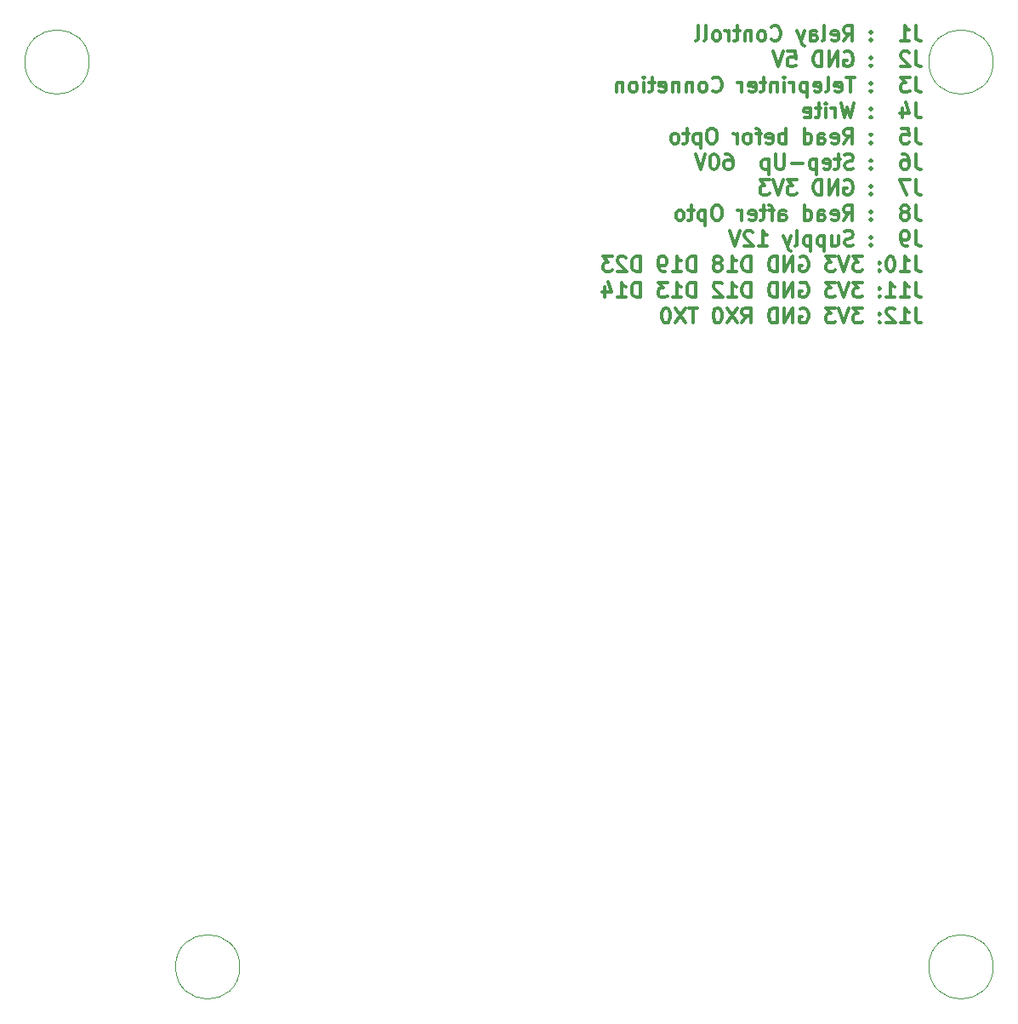
<source format=gbr>
G04 #@! TF.GenerationSoftware,KiCad,Pcbnew,(5.1.5)-3*
G04 #@! TF.CreationDate,2020-10-26T22:42:23+01:00*
G04 #@! TF.ProjectId,Fernschreiber,4665726e-7363-4687-9265-696265722e6b,v02*
G04 #@! TF.SameCoordinates,Original*
G04 #@! TF.FileFunction,Legend,Bot*
G04 #@! TF.FilePolarity,Positive*
%FSLAX46Y46*%
G04 Gerber Fmt 4.6, Leading zero omitted, Abs format (unit mm)*
G04 Created by KiCad (PCBNEW (5.1.5)-3) date 2020-10-26 22:42:23*
%MOMM*%
%LPD*%
G04 APERTURE LIST*
%ADD10C,0.300000*%
%ADD11C,0.120000*%
G04 APERTURE END LIST*
D10*
X136611085Y-42532171D02*
X136611085Y-43603600D01*
X136682514Y-43817885D01*
X136825371Y-43960742D01*
X137039657Y-44032171D01*
X137182514Y-44032171D01*
X135111085Y-44032171D02*
X135968228Y-44032171D01*
X135539657Y-44032171D02*
X135539657Y-42532171D01*
X135682514Y-42746457D01*
X135825371Y-42889314D01*
X135968228Y-42960742D01*
X132182514Y-43889314D02*
X132111085Y-43960742D01*
X132182514Y-44032171D01*
X132253942Y-43960742D01*
X132182514Y-43889314D01*
X132182514Y-44032171D01*
X132182514Y-43103600D02*
X132111085Y-43175028D01*
X132182514Y-43246457D01*
X132253942Y-43175028D01*
X132182514Y-43103600D01*
X132182514Y-43246457D01*
X129468228Y-44032171D02*
X129968228Y-43317885D01*
X130325371Y-44032171D02*
X130325371Y-42532171D01*
X129753942Y-42532171D01*
X129611085Y-42603600D01*
X129539657Y-42675028D01*
X129468228Y-42817885D01*
X129468228Y-43032171D01*
X129539657Y-43175028D01*
X129611085Y-43246457D01*
X129753942Y-43317885D01*
X130325371Y-43317885D01*
X128253942Y-43960742D02*
X128396800Y-44032171D01*
X128682514Y-44032171D01*
X128825371Y-43960742D01*
X128896800Y-43817885D01*
X128896800Y-43246457D01*
X128825371Y-43103600D01*
X128682514Y-43032171D01*
X128396800Y-43032171D01*
X128253942Y-43103600D01*
X128182514Y-43246457D01*
X128182514Y-43389314D01*
X128896800Y-43532171D01*
X127325371Y-44032171D02*
X127468228Y-43960742D01*
X127539657Y-43817885D01*
X127539657Y-42532171D01*
X126111085Y-44032171D02*
X126111085Y-43246457D01*
X126182514Y-43103600D01*
X126325371Y-43032171D01*
X126611085Y-43032171D01*
X126753942Y-43103600D01*
X126111085Y-43960742D02*
X126253942Y-44032171D01*
X126611085Y-44032171D01*
X126753942Y-43960742D01*
X126825371Y-43817885D01*
X126825371Y-43675028D01*
X126753942Y-43532171D01*
X126611085Y-43460742D01*
X126253942Y-43460742D01*
X126111085Y-43389314D01*
X125539657Y-43032171D02*
X125182514Y-44032171D01*
X124825371Y-43032171D02*
X125182514Y-44032171D01*
X125325371Y-44389314D01*
X125396800Y-44460742D01*
X125539657Y-44532171D01*
X122253942Y-43889314D02*
X122325371Y-43960742D01*
X122539657Y-44032171D01*
X122682514Y-44032171D01*
X122896800Y-43960742D01*
X123039657Y-43817885D01*
X123111085Y-43675028D01*
X123182514Y-43389314D01*
X123182514Y-43175028D01*
X123111085Y-42889314D01*
X123039657Y-42746457D01*
X122896800Y-42603600D01*
X122682514Y-42532171D01*
X122539657Y-42532171D01*
X122325371Y-42603600D01*
X122253942Y-42675028D01*
X121396800Y-44032171D02*
X121539657Y-43960742D01*
X121611085Y-43889314D01*
X121682514Y-43746457D01*
X121682514Y-43317885D01*
X121611085Y-43175028D01*
X121539657Y-43103600D01*
X121396800Y-43032171D01*
X121182514Y-43032171D01*
X121039657Y-43103600D01*
X120968228Y-43175028D01*
X120896800Y-43317885D01*
X120896800Y-43746457D01*
X120968228Y-43889314D01*
X121039657Y-43960742D01*
X121182514Y-44032171D01*
X121396800Y-44032171D01*
X120253942Y-43032171D02*
X120253942Y-44032171D01*
X120253942Y-43175028D02*
X120182514Y-43103600D01*
X120039657Y-43032171D01*
X119825371Y-43032171D01*
X119682514Y-43103600D01*
X119611085Y-43246457D01*
X119611085Y-44032171D01*
X119111085Y-43032171D02*
X118539657Y-43032171D01*
X118896800Y-42532171D02*
X118896800Y-43817885D01*
X118825371Y-43960742D01*
X118682514Y-44032171D01*
X118539657Y-44032171D01*
X118039657Y-44032171D02*
X118039657Y-43032171D01*
X118039657Y-43317885D02*
X117968228Y-43175028D01*
X117896800Y-43103600D01*
X117753942Y-43032171D01*
X117611085Y-43032171D01*
X116896800Y-44032171D02*
X117039657Y-43960742D01*
X117111085Y-43889314D01*
X117182514Y-43746457D01*
X117182514Y-43317885D01*
X117111085Y-43175028D01*
X117039657Y-43103600D01*
X116896800Y-43032171D01*
X116682514Y-43032171D01*
X116539657Y-43103600D01*
X116468228Y-43175028D01*
X116396800Y-43317885D01*
X116396800Y-43746457D01*
X116468228Y-43889314D01*
X116539657Y-43960742D01*
X116682514Y-44032171D01*
X116896800Y-44032171D01*
X115539657Y-44032171D02*
X115682514Y-43960742D01*
X115753942Y-43817885D01*
X115753942Y-42532171D01*
X114753942Y-44032171D02*
X114896800Y-43960742D01*
X114968228Y-43817885D01*
X114968228Y-42532171D01*
X136611085Y-45082171D02*
X136611085Y-46153600D01*
X136682514Y-46367885D01*
X136825371Y-46510742D01*
X137039657Y-46582171D01*
X137182514Y-46582171D01*
X135968228Y-45225028D02*
X135896800Y-45153600D01*
X135753942Y-45082171D01*
X135396800Y-45082171D01*
X135253942Y-45153600D01*
X135182514Y-45225028D01*
X135111085Y-45367885D01*
X135111085Y-45510742D01*
X135182514Y-45725028D01*
X136039657Y-46582171D01*
X135111085Y-46582171D01*
X132182514Y-46439314D02*
X132111085Y-46510742D01*
X132182514Y-46582171D01*
X132253942Y-46510742D01*
X132182514Y-46439314D01*
X132182514Y-46582171D01*
X132182514Y-45653600D02*
X132111085Y-45725028D01*
X132182514Y-45796457D01*
X132253942Y-45725028D01*
X132182514Y-45653600D01*
X132182514Y-45796457D01*
X129539657Y-45153600D02*
X129682514Y-45082171D01*
X129896800Y-45082171D01*
X130111085Y-45153600D01*
X130253942Y-45296457D01*
X130325371Y-45439314D01*
X130396800Y-45725028D01*
X130396800Y-45939314D01*
X130325371Y-46225028D01*
X130253942Y-46367885D01*
X130111085Y-46510742D01*
X129896800Y-46582171D01*
X129753942Y-46582171D01*
X129539657Y-46510742D01*
X129468228Y-46439314D01*
X129468228Y-45939314D01*
X129753942Y-45939314D01*
X128825371Y-46582171D02*
X128825371Y-45082171D01*
X127968228Y-46582171D01*
X127968228Y-45082171D01*
X127253942Y-46582171D02*
X127253942Y-45082171D01*
X126896800Y-45082171D01*
X126682514Y-45153600D01*
X126539657Y-45296457D01*
X126468228Y-45439314D01*
X126396800Y-45725028D01*
X126396800Y-45939314D01*
X126468228Y-46225028D01*
X126539657Y-46367885D01*
X126682514Y-46510742D01*
X126896800Y-46582171D01*
X127253942Y-46582171D01*
X123896800Y-45082171D02*
X124611085Y-45082171D01*
X124682514Y-45796457D01*
X124611085Y-45725028D01*
X124468228Y-45653600D01*
X124111085Y-45653600D01*
X123968228Y-45725028D01*
X123896800Y-45796457D01*
X123825371Y-45939314D01*
X123825371Y-46296457D01*
X123896800Y-46439314D01*
X123968228Y-46510742D01*
X124111085Y-46582171D01*
X124468228Y-46582171D01*
X124611085Y-46510742D01*
X124682514Y-46439314D01*
X123396800Y-45082171D02*
X122896800Y-46582171D01*
X122396800Y-45082171D01*
X136611085Y-47632171D02*
X136611085Y-48703600D01*
X136682514Y-48917885D01*
X136825371Y-49060742D01*
X137039657Y-49132171D01*
X137182514Y-49132171D01*
X136039657Y-47632171D02*
X135111085Y-47632171D01*
X135611085Y-48203600D01*
X135396800Y-48203600D01*
X135253942Y-48275028D01*
X135182514Y-48346457D01*
X135111085Y-48489314D01*
X135111085Y-48846457D01*
X135182514Y-48989314D01*
X135253942Y-49060742D01*
X135396800Y-49132171D01*
X135825371Y-49132171D01*
X135968228Y-49060742D01*
X136039657Y-48989314D01*
X132182514Y-48989314D02*
X132111085Y-49060742D01*
X132182514Y-49132171D01*
X132253942Y-49060742D01*
X132182514Y-48989314D01*
X132182514Y-49132171D01*
X132182514Y-48203600D02*
X132111085Y-48275028D01*
X132182514Y-48346457D01*
X132253942Y-48275028D01*
X132182514Y-48203600D01*
X132182514Y-48346457D01*
X130539657Y-47632171D02*
X129682514Y-47632171D01*
X130111085Y-49132171D02*
X130111085Y-47632171D01*
X128611085Y-49060742D02*
X128753942Y-49132171D01*
X129039657Y-49132171D01*
X129182514Y-49060742D01*
X129253942Y-48917885D01*
X129253942Y-48346457D01*
X129182514Y-48203600D01*
X129039657Y-48132171D01*
X128753942Y-48132171D01*
X128611085Y-48203600D01*
X128539657Y-48346457D01*
X128539657Y-48489314D01*
X129253942Y-48632171D01*
X127682514Y-49132171D02*
X127825371Y-49060742D01*
X127896800Y-48917885D01*
X127896800Y-47632171D01*
X126539657Y-49060742D02*
X126682514Y-49132171D01*
X126968228Y-49132171D01*
X127111085Y-49060742D01*
X127182514Y-48917885D01*
X127182514Y-48346457D01*
X127111085Y-48203600D01*
X126968228Y-48132171D01*
X126682514Y-48132171D01*
X126539657Y-48203600D01*
X126468228Y-48346457D01*
X126468228Y-48489314D01*
X127182514Y-48632171D01*
X125825371Y-48132171D02*
X125825371Y-49632171D01*
X125825371Y-48203600D02*
X125682514Y-48132171D01*
X125396800Y-48132171D01*
X125253942Y-48203600D01*
X125182514Y-48275028D01*
X125111085Y-48417885D01*
X125111085Y-48846457D01*
X125182514Y-48989314D01*
X125253942Y-49060742D01*
X125396800Y-49132171D01*
X125682514Y-49132171D01*
X125825371Y-49060742D01*
X124468228Y-49132171D02*
X124468228Y-48132171D01*
X124468228Y-48417885D02*
X124396800Y-48275028D01*
X124325371Y-48203600D01*
X124182514Y-48132171D01*
X124039657Y-48132171D01*
X123539657Y-49132171D02*
X123539657Y-48132171D01*
X123539657Y-47632171D02*
X123611085Y-47703600D01*
X123539657Y-47775028D01*
X123468228Y-47703600D01*
X123539657Y-47632171D01*
X123539657Y-47775028D01*
X122825371Y-48132171D02*
X122825371Y-49132171D01*
X122825371Y-48275028D02*
X122753942Y-48203600D01*
X122611085Y-48132171D01*
X122396800Y-48132171D01*
X122253942Y-48203600D01*
X122182514Y-48346457D01*
X122182514Y-49132171D01*
X121682514Y-48132171D02*
X121111085Y-48132171D01*
X121468228Y-47632171D02*
X121468228Y-48917885D01*
X121396800Y-49060742D01*
X121253942Y-49132171D01*
X121111085Y-49132171D01*
X120039657Y-49060742D02*
X120182514Y-49132171D01*
X120468228Y-49132171D01*
X120611085Y-49060742D01*
X120682514Y-48917885D01*
X120682514Y-48346457D01*
X120611085Y-48203600D01*
X120468228Y-48132171D01*
X120182514Y-48132171D01*
X120039657Y-48203600D01*
X119968228Y-48346457D01*
X119968228Y-48489314D01*
X120682514Y-48632171D01*
X119325371Y-49132171D02*
X119325371Y-48132171D01*
X119325371Y-48417885D02*
X119253942Y-48275028D01*
X119182514Y-48203600D01*
X119039657Y-48132171D01*
X118896800Y-48132171D01*
X116396800Y-48989314D02*
X116468228Y-49060742D01*
X116682514Y-49132171D01*
X116825371Y-49132171D01*
X117039657Y-49060742D01*
X117182514Y-48917885D01*
X117253942Y-48775028D01*
X117325371Y-48489314D01*
X117325371Y-48275028D01*
X117253942Y-47989314D01*
X117182514Y-47846457D01*
X117039657Y-47703600D01*
X116825371Y-47632171D01*
X116682514Y-47632171D01*
X116468228Y-47703600D01*
X116396800Y-47775028D01*
X115539657Y-49132171D02*
X115682514Y-49060742D01*
X115753942Y-48989314D01*
X115825371Y-48846457D01*
X115825371Y-48417885D01*
X115753942Y-48275028D01*
X115682514Y-48203600D01*
X115539657Y-48132171D01*
X115325371Y-48132171D01*
X115182514Y-48203600D01*
X115111085Y-48275028D01*
X115039657Y-48417885D01*
X115039657Y-48846457D01*
X115111085Y-48989314D01*
X115182514Y-49060742D01*
X115325371Y-49132171D01*
X115539657Y-49132171D01*
X114396800Y-48132171D02*
X114396800Y-49132171D01*
X114396800Y-48275028D02*
X114325371Y-48203600D01*
X114182514Y-48132171D01*
X113968228Y-48132171D01*
X113825371Y-48203600D01*
X113753942Y-48346457D01*
X113753942Y-49132171D01*
X113039657Y-48132171D02*
X113039657Y-49132171D01*
X113039657Y-48275028D02*
X112968228Y-48203600D01*
X112825371Y-48132171D01*
X112611085Y-48132171D01*
X112468228Y-48203600D01*
X112396800Y-48346457D01*
X112396800Y-49132171D01*
X111111085Y-49060742D02*
X111253942Y-49132171D01*
X111539657Y-49132171D01*
X111682514Y-49060742D01*
X111753942Y-48917885D01*
X111753942Y-48346457D01*
X111682514Y-48203600D01*
X111539657Y-48132171D01*
X111253942Y-48132171D01*
X111111085Y-48203600D01*
X111039657Y-48346457D01*
X111039657Y-48489314D01*
X111753942Y-48632171D01*
X110611085Y-48132171D02*
X110039657Y-48132171D01*
X110396800Y-47632171D02*
X110396800Y-48917885D01*
X110325371Y-49060742D01*
X110182514Y-49132171D01*
X110039657Y-49132171D01*
X109539657Y-49132171D02*
X109539657Y-48132171D01*
X109539657Y-47632171D02*
X109611085Y-47703600D01*
X109539657Y-47775028D01*
X109468228Y-47703600D01*
X109539657Y-47632171D01*
X109539657Y-47775028D01*
X108611085Y-49132171D02*
X108753942Y-49060742D01*
X108825371Y-48989314D01*
X108896800Y-48846457D01*
X108896800Y-48417885D01*
X108825371Y-48275028D01*
X108753942Y-48203600D01*
X108611085Y-48132171D01*
X108396800Y-48132171D01*
X108253942Y-48203600D01*
X108182514Y-48275028D01*
X108111085Y-48417885D01*
X108111085Y-48846457D01*
X108182514Y-48989314D01*
X108253942Y-49060742D01*
X108396800Y-49132171D01*
X108611085Y-49132171D01*
X107468228Y-48132171D02*
X107468228Y-49132171D01*
X107468228Y-48275028D02*
X107396800Y-48203600D01*
X107253942Y-48132171D01*
X107039657Y-48132171D01*
X106896800Y-48203600D01*
X106825371Y-48346457D01*
X106825371Y-49132171D01*
X136611085Y-50182171D02*
X136611085Y-51253600D01*
X136682514Y-51467885D01*
X136825371Y-51610742D01*
X137039657Y-51682171D01*
X137182514Y-51682171D01*
X135253942Y-50682171D02*
X135253942Y-51682171D01*
X135611085Y-50110742D02*
X135968228Y-51182171D01*
X135039657Y-51182171D01*
X132182514Y-51539314D02*
X132111085Y-51610742D01*
X132182514Y-51682171D01*
X132253942Y-51610742D01*
X132182514Y-51539314D01*
X132182514Y-51682171D01*
X132182514Y-50753600D02*
X132111085Y-50825028D01*
X132182514Y-50896457D01*
X132253942Y-50825028D01*
X132182514Y-50753600D01*
X132182514Y-50896457D01*
X130468228Y-50182171D02*
X130111085Y-51682171D01*
X129825371Y-50610742D01*
X129539657Y-51682171D01*
X129182514Y-50182171D01*
X128611085Y-51682171D02*
X128611085Y-50682171D01*
X128611085Y-50967885D02*
X128539657Y-50825028D01*
X128468228Y-50753600D01*
X128325371Y-50682171D01*
X128182514Y-50682171D01*
X127682514Y-51682171D02*
X127682514Y-50682171D01*
X127682514Y-50182171D02*
X127753942Y-50253600D01*
X127682514Y-50325028D01*
X127611085Y-50253600D01*
X127682514Y-50182171D01*
X127682514Y-50325028D01*
X127182514Y-50682171D02*
X126611085Y-50682171D01*
X126968228Y-50182171D02*
X126968228Y-51467885D01*
X126896800Y-51610742D01*
X126753942Y-51682171D01*
X126611085Y-51682171D01*
X125539657Y-51610742D02*
X125682514Y-51682171D01*
X125968228Y-51682171D01*
X126111085Y-51610742D01*
X126182514Y-51467885D01*
X126182514Y-50896457D01*
X126111085Y-50753600D01*
X125968228Y-50682171D01*
X125682514Y-50682171D01*
X125539657Y-50753600D01*
X125468228Y-50896457D01*
X125468228Y-51039314D01*
X126182514Y-51182171D01*
X136611085Y-52732171D02*
X136611085Y-53803600D01*
X136682514Y-54017885D01*
X136825371Y-54160742D01*
X137039657Y-54232171D01*
X137182514Y-54232171D01*
X135182514Y-52732171D02*
X135896800Y-52732171D01*
X135968228Y-53446457D01*
X135896800Y-53375028D01*
X135753942Y-53303600D01*
X135396800Y-53303600D01*
X135253942Y-53375028D01*
X135182514Y-53446457D01*
X135111085Y-53589314D01*
X135111085Y-53946457D01*
X135182514Y-54089314D01*
X135253942Y-54160742D01*
X135396800Y-54232171D01*
X135753942Y-54232171D01*
X135896800Y-54160742D01*
X135968228Y-54089314D01*
X132182514Y-54089314D02*
X132111085Y-54160742D01*
X132182514Y-54232171D01*
X132253942Y-54160742D01*
X132182514Y-54089314D01*
X132182514Y-54232171D01*
X132182514Y-53303600D02*
X132111085Y-53375028D01*
X132182514Y-53446457D01*
X132253942Y-53375028D01*
X132182514Y-53303600D01*
X132182514Y-53446457D01*
X129468228Y-54232171D02*
X129968228Y-53517885D01*
X130325371Y-54232171D02*
X130325371Y-52732171D01*
X129753942Y-52732171D01*
X129611085Y-52803600D01*
X129539657Y-52875028D01*
X129468228Y-53017885D01*
X129468228Y-53232171D01*
X129539657Y-53375028D01*
X129611085Y-53446457D01*
X129753942Y-53517885D01*
X130325371Y-53517885D01*
X128253942Y-54160742D02*
X128396800Y-54232171D01*
X128682514Y-54232171D01*
X128825371Y-54160742D01*
X128896800Y-54017885D01*
X128896800Y-53446457D01*
X128825371Y-53303600D01*
X128682514Y-53232171D01*
X128396800Y-53232171D01*
X128253942Y-53303600D01*
X128182514Y-53446457D01*
X128182514Y-53589314D01*
X128896800Y-53732171D01*
X126896800Y-54232171D02*
X126896800Y-53446457D01*
X126968228Y-53303600D01*
X127111085Y-53232171D01*
X127396800Y-53232171D01*
X127539657Y-53303600D01*
X126896800Y-54160742D02*
X127039657Y-54232171D01*
X127396800Y-54232171D01*
X127539657Y-54160742D01*
X127611085Y-54017885D01*
X127611085Y-53875028D01*
X127539657Y-53732171D01*
X127396800Y-53660742D01*
X127039657Y-53660742D01*
X126896800Y-53589314D01*
X125539657Y-54232171D02*
X125539657Y-52732171D01*
X125539657Y-54160742D02*
X125682514Y-54232171D01*
X125968228Y-54232171D01*
X126111085Y-54160742D01*
X126182514Y-54089314D01*
X126253942Y-53946457D01*
X126253942Y-53517885D01*
X126182514Y-53375028D01*
X126111085Y-53303600D01*
X125968228Y-53232171D01*
X125682514Y-53232171D01*
X125539657Y-53303600D01*
X123682514Y-54232171D02*
X123682514Y-52732171D01*
X123682514Y-53303600D02*
X123539657Y-53232171D01*
X123253942Y-53232171D01*
X123111085Y-53303600D01*
X123039657Y-53375028D01*
X122968228Y-53517885D01*
X122968228Y-53946457D01*
X123039657Y-54089314D01*
X123111085Y-54160742D01*
X123253942Y-54232171D01*
X123539657Y-54232171D01*
X123682514Y-54160742D01*
X121753942Y-54160742D02*
X121896800Y-54232171D01*
X122182514Y-54232171D01*
X122325371Y-54160742D01*
X122396800Y-54017885D01*
X122396800Y-53446457D01*
X122325371Y-53303600D01*
X122182514Y-53232171D01*
X121896800Y-53232171D01*
X121753942Y-53303600D01*
X121682514Y-53446457D01*
X121682514Y-53589314D01*
X122396800Y-53732171D01*
X121253942Y-53232171D02*
X120682514Y-53232171D01*
X121039657Y-54232171D02*
X121039657Y-52946457D01*
X120968228Y-52803600D01*
X120825371Y-52732171D01*
X120682514Y-52732171D01*
X119968228Y-54232171D02*
X120111085Y-54160742D01*
X120182514Y-54089314D01*
X120253942Y-53946457D01*
X120253942Y-53517885D01*
X120182514Y-53375028D01*
X120111085Y-53303600D01*
X119968228Y-53232171D01*
X119753942Y-53232171D01*
X119611085Y-53303600D01*
X119539657Y-53375028D01*
X119468228Y-53517885D01*
X119468228Y-53946457D01*
X119539657Y-54089314D01*
X119611085Y-54160742D01*
X119753942Y-54232171D01*
X119968228Y-54232171D01*
X118825371Y-54232171D02*
X118825371Y-53232171D01*
X118825371Y-53517885D02*
X118753942Y-53375028D01*
X118682514Y-53303600D01*
X118539657Y-53232171D01*
X118396800Y-53232171D01*
X116468228Y-52732171D02*
X116182514Y-52732171D01*
X116039657Y-52803600D01*
X115896800Y-52946457D01*
X115825371Y-53232171D01*
X115825371Y-53732171D01*
X115896800Y-54017885D01*
X116039657Y-54160742D01*
X116182514Y-54232171D01*
X116468228Y-54232171D01*
X116611085Y-54160742D01*
X116753942Y-54017885D01*
X116825371Y-53732171D01*
X116825371Y-53232171D01*
X116753942Y-52946457D01*
X116611085Y-52803600D01*
X116468228Y-52732171D01*
X115182514Y-53232171D02*
X115182514Y-54732171D01*
X115182514Y-53303600D02*
X115039657Y-53232171D01*
X114753942Y-53232171D01*
X114611085Y-53303600D01*
X114539657Y-53375028D01*
X114468228Y-53517885D01*
X114468228Y-53946457D01*
X114539657Y-54089314D01*
X114611085Y-54160742D01*
X114753942Y-54232171D01*
X115039657Y-54232171D01*
X115182514Y-54160742D01*
X114039657Y-53232171D02*
X113468228Y-53232171D01*
X113825371Y-52732171D02*
X113825371Y-54017885D01*
X113753942Y-54160742D01*
X113611085Y-54232171D01*
X113468228Y-54232171D01*
X112753942Y-54232171D02*
X112896800Y-54160742D01*
X112968228Y-54089314D01*
X113039657Y-53946457D01*
X113039657Y-53517885D01*
X112968228Y-53375028D01*
X112896800Y-53303600D01*
X112753942Y-53232171D01*
X112539657Y-53232171D01*
X112396800Y-53303600D01*
X112325371Y-53375028D01*
X112253942Y-53517885D01*
X112253942Y-53946457D01*
X112325371Y-54089314D01*
X112396800Y-54160742D01*
X112539657Y-54232171D01*
X112753942Y-54232171D01*
X136611085Y-55282171D02*
X136611085Y-56353600D01*
X136682514Y-56567885D01*
X136825371Y-56710742D01*
X137039657Y-56782171D01*
X137182514Y-56782171D01*
X135253942Y-55282171D02*
X135539657Y-55282171D01*
X135682514Y-55353600D01*
X135753942Y-55425028D01*
X135896800Y-55639314D01*
X135968228Y-55925028D01*
X135968228Y-56496457D01*
X135896800Y-56639314D01*
X135825371Y-56710742D01*
X135682514Y-56782171D01*
X135396800Y-56782171D01*
X135253942Y-56710742D01*
X135182514Y-56639314D01*
X135111085Y-56496457D01*
X135111085Y-56139314D01*
X135182514Y-55996457D01*
X135253942Y-55925028D01*
X135396800Y-55853600D01*
X135682514Y-55853600D01*
X135825371Y-55925028D01*
X135896800Y-55996457D01*
X135968228Y-56139314D01*
X132182514Y-56639314D02*
X132111085Y-56710742D01*
X132182514Y-56782171D01*
X132253942Y-56710742D01*
X132182514Y-56639314D01*
X132182514Y-56782171D01*
X132182514Y-55853600D02*
X132111085Y-55925028D01*
X132182514Y-55996457D01*
X132253942Y-55925028D01*
X132182514Y-55853600D01*
X132182514Y-55996457D01*
X130396800Y-56710742D02*
X130182514Y-56782171D01*
X129825371Y-56782171D01*
X129682514Y-56710742D01*
X129611085Y-56639314D01*
X129539657Y-56496457D01*
X129539657Y-56353600D01*
X129611085Y-56210742D01*
X129682514Y-56139314D01*
X129825371Y-56067885D01*
X130111085Y-55996457D01*
X130253942Y-55925028D01*
X130325371Y-55853600D01*
X130396800Y-55710742D01*
X130396800Y-55567885D01*
X130325371Y-55425028D01*
X130253942Y-55353600D01*
X130111085Y-55282171D01*
X129753942Y-55282171D01*
X129539657Y-55353600D01*
X129111085Y-55782171D02*
X128539657Y-55782171D01*
X128896800Y-55282171D02*
X128896800Y-56567885D01*
X128825371Y-56710742D01*
X128682514Y-56782171D01*
X128539657Y-56782171D01*
X127468228Y-56710742D02*
X127611085Y-56782171D01*
X127896800Y-56782171D01*
X128039657Y-56710742D01*
X128111085Y-56567885D01*
X128111085Y-55996457D01*
X128039657Y-55853600D01*
X127896800Y-55782171D01*
X127611085Y-55782171D01*
X127468228Y-55853600D01*
X127396800Y-55996457D01*
X127396800Y-56139314D01*
X128111085Y-56282171D01*
X126753942Y-55782171D02*
X126753942Y-57282171D01*
X126753942Y-55853600D02*
X126611085Y-55782171D01*
X126325371Y-55782171D01*
X126182514Y-55853600D01*
X126111085Y-55925028D01*
X126039657Y-56067885D01*
X126039657Y-56496457D01*
X126111085Y-56639314D01*
X126182514Y-56710742D01*
X126325371Y-56782171D01*
X126611085Y-56782171D01*
X126753942Y-56710742D01*
X125396800Y-56210742D02*
X124253942Y-56210742D01*
X123539657Y-55282171D02*
X123539657Y-56496457D01*
X123468228Y-56639314D01*
X123396800Y-56710742D01*
X123253942Y-56782171D01*
X122968228Y-56782171D01*
X122825371Y-56710742D01*
X122753942Y-56639314D01*
X122682514Y-56496457D01*
X122682514Y-55282171D01*
X121968228Y-55782171D02*
X121968228Y-57282171D01*
X121968228Y-55853600D02*
X121825371Y-55782171D01*
X121539657Y-55782171D01*
X121396800Y-55853600D01*
X121325371Y-55925028D01*
X121253942Y-56067885D01*
X121253942Y-56496457D01*
X121325371Y-56639314D01*
X121396800Y-56710742D01*
X121539657Y-56782171D01*
X121825371Y-56782171D01*
X121968228Y-56710742D01*
X117682514Y-55282171D02*
X117968228Y-55282171D01*
X118111085Y-55353600D01*
X118182514Y-55425028D01*
X118325371Y-55639314D01*
X118396800Y-55925028D01*
X118396800Y-56496457D01*
X118325371Y-56639314D01*
X118253942Y-56710742D01*
X118111085Y-56782171D01*
X117825371Y-56782171D01*
X117682514Y-56710742D01*
X117611085Y-56639314D01*
X117539657Y-56496457D01*
X117539657Y-56139314D01*
X117611085Y-55996457D01*
X117682514Y-55925028D01*
X117825371Y-55853600D01*
X118111085Y-55853600D01*
X118253942Y-55925028D01*
X118325371Y-55996457D01*
X118396800Y-56139314D01*
X116611085Y-55282171D02*
X116468228Y-55282171D01*
X116325371Y-55353600D01*
X116253942Y-55425028D01*
X116182514Y-55567885D01*
X116111085Y-55853600D01*
X116111085Y-56210742D01*
X116182514Y-56496457D01*
X116253942Y-56639314D01*
X116325371Y-56710742D01*
X116468228Y-56782171D01*
X116611085Y-56782171D01*
X116753942Y-56710742D01*
X116825371Y-56639314D01*
X116896800Y-56496457D01*
X116968228Y-56210742D01*
X116968228Y-55853600D01*
X116896800Y-55567885D01*
X116825371Y-55425028D01*
X116753942Y-55353600D01*
X116611085Y-55282171D01*
X115682514Y-55282171D02*
X115182514Y-56782171D01*
X114682514Y-55282171D01*
X136611085Y-57832171D02*
X136611085Y-58903600D01*
X136682514Y-59117885D01*
X136825371Y-59260742D01*
X137039657Y-59332171D01*
X137182514Y-59332171D01*
X136039657Y-57832171D02*
X135039657Y-57832171D01*
X135682514Y-59332171D01*
X132182514Y-59189314D02*
X132111085Y-59260742D01*
X132182514Y-59332171D01*
X132253942Y-59260742D01*
X132182514Y-59189314D01*
X132182514Y-59332171D01*
X132182514Y-58403600D02*
X132111085Y-58475028D01*
X132182514Y-58546457D01*
X132253942Y-58475028D01*
X132182514Y-58403600D01*
X132182514Y-58546457D01*
X129539657Y-57903600D02*
X129682514Y-57832171D01*
X129896800Y-57832171D01*
X130111085Y-57903600D01*
X130253942Y-58046457D01*
X130325371Y-58189314D01*
X130396800Y-58475028D01*
X130396800Y-58689314D01*
X130325371Y-58975028D01*
X130253942Y-59117885D01*
X130111085Y-59260742D01*
X129896800Y-59332171D01*
X129753942Y-59332171D01*
X129539657Y-59260742D01*
X129468228Y-59189314D01*
X129468228Y-58689314D01*
X129753942Y-58689314D01*
X128825371Y-59332171D02*
X128825371Y-57832171D01*
X127968228Y-59332171D01*
X127968228Y-57832171D01*
X127253942Y-59332171D02*
X127253942Y-57832171D01*
X126896800Y-57832171D01*
X126682514Y-57903600D01*
X126539657Y-58046457D01*
X126468228Y-58189314D01*
X126396800Y-58475028D01*
X126396800Y-58689314D01*
X126468228Y-58975028D01*
X126539657Y-59117885D01*
X126682514Y-59260742D01*
X126896800Y-59332171D01*
X127253942Y-59332171D01*
X124753942Y-57832171D02*
X123825371Y-57832171D01*
X124325371Y-58403600D01*
X124111085Y-58403600D01*
X123968228Y-58475028D01*
X123896800Y-58546457D01*
X123825371Y-58689314D01*
X123825371Y-59046457D01*
X123896800Y-59189314D01*
X123968228Y-59260742D01*
X124111085Y-59332171D01*
X124539657Y-59332171D01*
X124682514Y-59260742D01*
X124753942Y-59189314D01*
X123396800Y-57832171D02*
X122896800Y-59332171D01*
X122396800Y-57832171D01*
X122039657Y-57832171D02*
X121111085Y-57832171D01*
X121611085Y-58403600D01*
X121396800Y-58403600D01*
X121253942Y-58475028D01*
X121182514Y-58546457D01*
X121111085Y-58689314D01*
X121111085Y-59046457D01*
X121182514Y-59189314D01*
X121253942Y-59260742D01*
X121396800Y-59332171D01*
X121825371Y-59332171D01*
X121968228Y-59260742D01*
X122039657Y-59189314D01*
X136611085Y-60382171D02*
X136611085Y-61453600D01*
X136682514Y-61667885D01*
X136825371Y-61810742D01*
X137039657Y-61882171D01*
X137182514Y-61882171D01*
X135682514Y-61025028D02*
X135825371Y-60953600D01*
X135896800Y-60882171D01*
X135968228Y-60739314D01*
X135968228Y-60667885D01*
X135896800Y-60525028D01*
X135825371Y-60453600D01*
X135682514Y-60382171D01*
X135396800Y-60382171D01*
X135253942Y-60453600D01*
X135182514Y-60525028D01*
X135111085Y-60667885D01*
X135111085Y-60739314D01*
X135182514Y-60882171D01*
X135253942Y-60953600D01*
X135396800Y-61025028D01*
X135682514Y-61025028D01*
X135825371Y-61096457D01*
X135896800Y-61167885D01*
X135968228Y-61310742D01*
X135968228Y-61596457D01*
X135896800Y-61739314D01*
X135825371Y-61810742D01*
X135682514Y-61882171D01*
X135396800Y-61882171D01*
X135253942Y-61810742D01*
X135182514Y-61739314D01*
X135111085Y-61596457D01*
X135111085Y-61310742D01*
X135182514Y-61167885D01*
X135253942Y-61096457D01*
X135396800Y-61025028D01*
X132182514Y-61739314D02*
X132111085Y-61810742D01*
X132182514Y-61882171D01*
X132253942Y-61810742D01*
X132182514Y-61739314D01*
X132182514Y-61882171D01*
X132182514Y-60953600D02*
X132111085Y-61025028D01*
X132182514Y-61096457D01*
X132253942Y-61025028D01*
X132182514Y-60953600D01*
X132182514Y-61096457D01*
X129468228Y-61882171D02*
X129968228Y-61167885D01*
X130325371Y-61882171D02*
X130325371Y-60382171D01*
X129753942Y-60382171D01*
X129611085Y-60453600D01*
X129539657Y-60525028D01*
X129468228Y-60667885D01*
X129468228Y-60882171D01*
X129539657Y-61025028D01*
X129611085Y-61096457D01*
X129753942Y-61167885D01*
X130325371Y-61167885D01*
X128253942Y-61810742D02*
X128396800Y-61882171D01*
X128682514Y-61882171D01*
X128825371Y-61810742D01*
X128896800Y-61667885D01*
X128896800Y-61096457D01*
X128825371Y-60953600D01*
X128682514Y-60882171D01*
X128396800Y-60882171D01*
X128253942Y-60953600D01*
X128182514Y-61096457D01*
X128182514Y-61239314D01*
X128896800Y-61382171D01*
X126896800Y-61882171D02*
X126896800Y-61096457D01*
X126968228Y-60953600D01*
X127111085Y-60882171D01*
X127396800Y-60882171D01*
X127539657Y-60953600D01*
X126896800Y-61810742D02*
X127039657Y-61882171D01*
X127396800Y-61882171D01*
X127539657Y-61810742D01*
X127611085Y-61667885D01*
X127611085Y-61525028D01*
X127539657Y-61382171D01*
X127396800Y-61310742D01*
X127039657Y-61310742D01*
X126896800Y-61239314D01*
X125539657Y-61882171D02*
X125539657Y-60382171D01*
X125539657Y-61810742D02*
X125682514Y-61882171D01*
X125968228Y-61882171D01*
X126111085Y-61810742D01*
X126182514Y-61739314D01*
X126253942Y-61596457D01*
X126253942Y-61167885D01*
X126182514Y-61025028D01*
X126111085Y-60953600D01*
X125968228Y-60882171D01*
X125682514Y-60882171D01*
X125539657Y-60953600D01*
X123039657Y-61882171D02*
X123039657Y-61096457D01*
X123111085Y-60953600D01*
X123253942Y-60882171D01*
X123539657Y-60882171D01*
X123682514Y-60953600D01*
X123039657Y-61810742D02*
X123182514Y-61882171D01*
X123539657Y-61882171D01*
X123682514Y-61810742D01*
X123753942Y-61667885D01*
X123753942Y-61525028D01*
X123682514Y-61382171D01*
X123539657Y-61310742D01*
X123182514Y-61310742D01*
X123039657Y-61239314D01*
X122539657Y-60882171D02*
X121968228Y-60882171D01*
X122325371Y-61882171D02*
X122325371Y-60596457D01*
X122253942Y-60453600D01*
X122111085Y-60382171D01*
X121968228Y-60382171D01*
X121682514Y-60882171D02*
X121111085Y-60882171D01*
X121468228Y-60382171D02*
X121468228Y-61667885D01*
X121396800Y-61810742D01*
X121253942Y-61882171D01*
X121111085Y-61882171D01*
X120039657Y-61810742D02*
X120182514Y-61882171D01*
X120468228Y-61882171D01*
X120611085Y-61810742D01*
X120682514Y-61667885D01*
X120682514Y-61096457D01*
X120611085Y-60953600D01*
X120468228Y-60882171D01*
X120182514Y-60882171D01*
X120039657Y-60953600D01*
X119968228Y-61096457D01*
X119968228Y-61239314D01*
X120682514Y-61382171D01*
X119325371Y-61882171D02*
X119325371Y-60882171D01*
X119325371Y-61167885D02*
X119253942Y-61025028D01*
X119182514Y-60953600D01*
X119039657Y-60882171D01*
X118896800Y-60882171D01*
X116968228Y-60382171D02*
X116682514Y-60382171D01*
X116539657Y-60453600D01*
X116396800Y-60596457D01*
X116325371Y-60882171D01*
X116325371Y-61382171D01*
X116396800Y-61667885D01*
X116539657Y-61810742D01*
X116682514Y-61882171D01*
X116968228Y-61882171D01*
X117111085Y-61810742D01*
X117253942Y-61667885D01*
X117325371Y-61382171D01*
X117325371Y-60882171D01*
X117253942Y-60596457D01*
X117111085Y-60453600D01*
X116968228Y-60382171D01*
X115682514Y-60882171D02*
X115682514Y-62382171D01*
X115682514Y-60953600D02*
X115539657Y-60882171D01*
X115253942Y-60882171D01*
X115111085Y-60953600D01*
X115039657Y-61025028D01*
X114968228Y-61167885D01*
X114968228Y-61596457D01*
X115039657Y-61739314D01*
X115111085Y-61810742D01*
X115253942Y-61882171D01*
X115539657Y-61882171D01*
X115682514Y-61810742D01*
X114539657Y-60882171D02*
X113968228Y-60882171D01*
X114325371Y-60382171D02*
X114325371Y-61667885D01*
X114253942Y-61810742D01*
X114111085Y-61882171D01*
X113968228Y-61882171D01*
X113253942Y-61882171D02*
X113396800Y-61810742D01*
X113468228Y-61739314D01*
X113539657Y-61596457D01*
X113539657Y-61167885D01*
X113468228Y-61025028D01*
X113396800Y-60953600D01*
X113253942Y-60882171D01*
X113039657Y-60882171D01*
X112896800Y-60953600D01*
X112825371Y-61025028D01*
X112753942Y-61167885D01*
X112753942Y-61596457D01*
X112825371Y-61739314D01*
X112896800Y-61810742D01*
X113039657Y-61882171D01*
X113253942Y-61882171D01*
X136611085Y-62932171D02*
X136611085Y-64003600D01*
X136682514Y-64217885D01*
X136825371Y-64360742D01*
X137039657Y-64432171D01*
X137182514Y-64432171D01*
X135825371Y-64432171D02*
X135539657Y-64432171D01*
X135396800Y-64360742D01*
X135325371Y-64289314D01*
X135182514Y-64075028D01*
X135111085Y-63789314D01*
X135111085Y-63217885D01*
X135182514Y-63075028D01*
X135253942Y-63003600D01*
X135396800Y-62932171D01*
X135682514Y-62932171D01*
X135825371Y-63003600D01*
X135896800Y-63075028D01*
X135968228Y-63217885D01*
X135968228Y-63575028D01*
X135896800Y-63717885D01*
X135825371Y-63789314D01*
X135682514Y-63860742D01*
X135396800Y-63860742D01*
X135253942Y-63789314D01*
X135182514Y-63717885D01*
X135111085Y-63575028D01*
X132182514Y-64289314D02*
X132111085Y-64360742D01*
X132182514Y-64432171D01*
X132253942Y-64360742D01*
X132182514Y-64289314D01*
X132182514Y-64432171D01*
X132182514Y-63503600D02*
X132111085Y-63575028D01*
X132182514Y-63646457D01*
X132253942Y-63575028D01*
X132182514Y-63503600D01*
X132182514Y-63646457D01*
X130396800Y-64360742D02*
X130182514Y-64432171D01*
X129825371Y-64432171D01*
X129682514Y-64360742D01*
X129611085Y-64289314D01*
X129539657Y-64146457D01*
X129539657Y-64003600D01*
X129611085Y-63860742D01*
X129682514Y-63789314D01*
X129825371Y-63717885D01*
X130111085Y-63646457D01*
X130253942Y-63575028D01*
X130325371Y-63503600D01*
X130396800Y-63360742D01*
X130396800Y-63217885D01*
X130325371Y-63075028D01*
X130253942Y-63003600D01*
X130111085Y-62932171D01*
X129753942Y-62932171D01*
X129539657Y-63003600D01*
X128253942Y-63432171D02*
X128253942Y-64432171D01*
X128896800Y-63432171D02*
X128896800Y-64217885D01*
X128825371Y-64360742D01*
X128682514Y-64432171D01*
X128468228Y-64432171D01*
X128325371Y-64360742D01*
X128253942Y-64289314D01*
X127539657Y-63432171D02*
X127539657Y-64932171D01*
X127539657Y-63503600D02*
X127396800Y-63432171D01*
X127111085Y-63432171D01*
X126968228Y-63503600D01*
X126896800Y-63575028D01*
X126825371Y-63717885D01*
X126825371Y-64146457D01*
X126896800Y-64289314D01*
X126968228Y-64360742D01*
X127111085Y-64432171D01*
X127396800Y-64432171D01*
X127539657Y-64360742D01*
X126182514Y-63432171D02*
X126182514Y-64932171D01*
X126182514Y-63503600D02*
X126039657Y-63432171D01*
X125753942Y-63432171D01*
X125611085Y-63503600D01*
X125539657Y-63575028D01*
X125468228Y-63717885D01*
X125468228Y-64146457D01*
X125539657Y-64289314D01*
X125611085Y-64360742D01*
X125753942Y-64432171D01*
X126039657Y-64432171D01*
X126182514Y-64360742D01*
X124611085Y-64432171D02*
X124753942Y-64360742D01*
X124825371Y-64217885D01*
X124825371Y-62932171D01*
X124182514Y-63432171D02*
X123825371Y-64432171D01*
X123468228Y-63432171D02*
X123825371Y-64432171D01*
X123968228Y-64789314D01*
X124039657Y-64860742D01*
X124182514Y-64932171D01*
X120968228Y-64432171D02*
X121825371Y-64432171D01*
X121396800Y-64432171D02*
X121396800Y-62932171D01*
X121539657Y-63146457D01*
X121682514Y-63289314D01*
X121825371Y-63360742D01*
X120396800Y-63075028D02*
X120325371Y-63003600D01*
X120182514Y-62932171D01*
X119825371Y-62932171D01*
X119682514Y-63003600D01*
X119611085Y-63075028D01*
X119539657Y-63217885D01*
X119539657Y-63360742D01*
X119611085Y-63575028D01*
X120468228Y-64432171D01*
X119539657Y-64432171D01*
X119111085Y-62932171D02*
X118611085Y-64432171D01*
X118111085Y-62932171D01*
X136611085Y-65482171D02*
X136611085Y-66553600D01*
X136682514Y-66767885D01*
X136825371Y-66910742D01*
X137039657Y-66982171D01*
X137182514Y-66982171D01*
X135111085Y-66982171D02*
X135968228Y-66982171D01*
X135539657Y-66982171D02*
X135539657Y-65482171D01*
X135682514Y-65696457D01*
X135825371Y-65839314D01*
X135968228Y-65910742D01*
X134182514Y-65482171D02*
X134039657Y-65482171D01*
X133896800Y-65553600D01*
X133825371Y-65625028D01*
X133753942Y-65767885D01*
X133682514Y-66053600D01*
X133682514Y-66410742D01*
X133753942Y-66696457D01*
X133825371Y-66839314D01*
X133896800Y-66910742D01*
X134039657Y-66982171D01*
X134182514Y-66982171D01*
X134325371Y-66910742D01*
X134396800Y-66839314D01*
X134468228Y-66696457D01*
X134539657Y-66410742D01*
X134539657Y-66053600D01*
X134468228Y-65767885D01*
X134396800Y-65625028D01*
X134325371Y-65553600D01*
X134182514Y-65482171D01*
X133039657Y-66839314D02*
X132968228Y-66910742D01*
X133039657Y-66982171D01*
X133111085Y-66910742D01*
X133039657Y-66839314D01*
X133039657Y-66982171D01*
X133039657Y-66053600D02*
X132968228Y-66125028D01*
X133039657Y-66196457D01*
X133111085Y-66125028D01*
X133039657Y-66053600D01*
X133039657Y-66196457D01*
X131325371Y-65482171D02*
X130396800Y-65482171D01*
X130896800Y-66053600D01*
X130682514Y-66053600D01*
X130539657Y-66125028D01*
X130468228Y-66196457D01*
X130396800Y-66339314D01*
X130396800Y-66696457D01*
X130468228Y-66839314D01*
X130539657Y-66910742D01*
X130682514Y-66982171D01*
X131111085Y-66982171D01*
X131253942Y-66910742D01*
X131325371Y-66839314D01*
X129968228Y-65482171D02*
X129468228Y-66982171D01*
X128968228Y-65482171D01*
X128611085Y-65482171D02*
X127682514Y-65482171D01*
X128182514Y-66053600D01*
X127968228Y-66053600D01*
X127825371Y-66125028D01*
X127753942Y-66196457D01*
X127682514Y-66339314D01*
X127682514Y-66696457D01*
X127753942Y-66839314D01*
X127825371Y-66910742D01*
X127968228Y-66982171D01*
X128396800Y-66982171D01*
X128539657Y-66910742D01*
X128611085Y-66839314D01*
X125111085Y-65553600D02*
X125253942Y-65482171D01*
X125468228Y-65482171D01*
X125682514Y-65553600D01*
X125825371Y-65696457D01*
X125896800Y-65839314D01*
X125968228Y-66125028D01*
X125968228Y-66339314D01*
X125896800Y-66625028D01*
X125825371Y-66767885D01*
X125682514Y-66910742D01*
X125468228Y-66982171D01*
X125325371Y-66982171D01*
X125111085Y-66910742D01*
X125039657Y-66839314D01*
X125039657Y-66339314D01*
X125325371Y-66339314D01*
X124396800Y-66982171D02*
X124396800Y-65482171D01*
X123539657Y-66982171D01*
X123539657Y-65482171D01*
X122825371Y-66982171D02*
X122825371Y-65482171D01*
X122468228Y-65482171D01*
X122253942Y-65553600D01*
X122111085Y-65696457D01*
X122039657Y-65839314D01*
X121968228Y-66125028D01*
X121968228Y-66339314D01*
X122039657Y-66625028D01*
X122111085Y-66767885D01*
X122253942Y-66910742D01*
X122468228Y-66982171D01*
X122825371Y-66982171D01*
X120182514Y-66982171D02*
X120182514Y-65482171D01*
X119825371Y-65482171D01*
X119611085Y-65553600D01*
X119468228Y-65696457D01*
X119396800Y-65839314D01*
X119325371Y-66125028D01*
X119325371Y-66339314D01*
X119396800Y-66625028D01*
X119468228Y-66767885D01*
X119611085Y-66910742D01*
X119825371Y-66982171D01*
X120182514Y-66982171D01*
X117896800Y-66982171D02*
X118753942Y-66982171D01*
X118325371Y-66982171D02*
X118325371Y-65482171D01*
X118468228Y-65696457D01*
X118611085Y-65839314D01*
X118753942Y-65910742D01*
X117039657Y-66125028D02*
X117182514Y-66053600D01*
X117253942Y-65982171D01*
X117325371Y-65839314D01*
X117325371Y-65767885D01*
X117253942Y-65625028D01*
X117182514Y-65553600D01*
X117039657Y-65482171D01*
X116753942Y-65482171D01*
X116611085Y-65553600D01*
X116539657Y-65625028D01*
X116468228Y-65767885D01*
X116468228Y-65839314D01*
X116539657Y-65982171D01*
X116611085Y-66053600D01*
X116753942Y-66125028D01*
X117039657Y-66125028D01*
X117182514Y-66196457D01*
X117253942Y-66267885D01*
X117325371Y-66410742D01*
X117325371Y-66696457D01*
X117253942Y-66839314D01*
X117182514Y-66910742D01*
X117039657Y-66982171D01*
X116753942Y-66982171D01*
X116611085Y-66910742D01*
X116539657Y-66839314D01*
X116468228Y-66696457D01*
X116468228Y-66410742D01*
X116539657Y-66267885D01*
X116611085Y-66196457D01*
X116753942Y-66125028D01*
X114682514Y-66982171D02*
X114682514Y-65482171D01*
X114325371Y-65482171D01*
X114111085Y-65553600D01*
X113968228Y-65696457D01*
X113896800Y-65839314D01*
X113825371Y-66125028D01*
X113825371Y-66339314D01*
X113896800Y-66625028D01*
X113968228Y-66767885D01*
X114111085Y-66910742D01*
X114325371Y-66982171D01*
X114682514Y-66982171D01*
X112396800Y-66982171D02*
X113253942Y-66982171D01*
X112825371Y-66982171D02*
X112825371Y-65482171D01*
X112968228Y-65696457D01*
X113111085Y-65839314D01*
X113253942Y-65910742D01*
X111682514Y-66982171D02*
X111396800Y-66982171D01*
X111253942Y-66910742D01*
X111182514Y-66839314D01*
X111039657Y-66625028D01*
X110968228Y-66339314D01*
X110968228Y-65767885D01*
X111039657Y-65625028D01*
X111111085Y-65553600D01*
X111253942Y-65482171D01*
X111539657Y-65482171D01*
X111682514Y-65553600D01*
X111753942Y-65625028D01*
X111825371Y-65767885D01*
X111825371Y-66125028D01*
X111753942Y-66267885D01*
X111682514Y-66339314D01*
X111539657Y-66410742D01*
X111253942Y-66410742D01*
X111111085Y-66339314D01*
X111039657Y-66267885D01*
X110968228Y-66125028D01*
X109182514Y-66982171D02*
X109182514Y-65482171D01*
X108825371Y-65482171D01*
X108611085Y-65553600D01*
X108468228Y-65696457D01*
X108396800Y-65839314D01*
X108325371Y-66125028D01*
X108325371Y-66339314D01*
X108396800Y-66625028D01*
X108468228Y-66767885D01*
X108611085Y-66910742D01*
X108825371Y-66982171D01*
X109182514Y-66982171D01*
X107753942Y-65625028D02*
X107682514Y-65553600D01*
X107539657Y-65482171D01*
X107182514Y-65482171D01*
X107039657Y-65553600D01*
X106968228Y-65625028D01*
X106896800Y-65767885D01*
X106896800Y-65910742D01*
X106968228Y-66125028D01*
X107825371Y-66982171D01*
X106896800Y-66982171D01*
X106396800Y-65482171D02*
X105468228Y-65482171D01*
X105968228Y-66053600D01*
X105753942Y-66053600D01*
X105611085Y-66125028D01*
X105539657Y-66196457D01*
X105468228Y-66339314D01*
X105468228Y-66696457D01*
X105539657Y-66839314D01*
X105611085Y-66910742D01*
X105753942Y-66982171D01*
X106182514Y-66982171D01*
X106325371Y-66910742D01*
X106396800Y-66839314D01*
X136611085Y-68032171D02*
X136611085Y-69103600D01*
X136682514Y-69317885D01*
X136825371Y-69460742D01*
X137039657Y-69532171D01*
X137182514Y-69532171D01*
X135111085Y-69532171D02*
X135968228Y-69532171D01*
X135539657Y-69532171D02*
X135539657Y-68032171D01*
X135682514Y-68246457D01*
X135825371Y-68389314D01*
X135968228Y-68460742D01*
X133682514Y-69532171D02*
X134539657Y-69532171D01*
X134111085Y-69532171D02*
X134111085Y-68032171D01*
X134253942Y-68246457D01*
X134396800Y-68389314D01*
X134539657Y-68460742D01*
X133039657Y-69389314D02*
X132968228Y-69460742D01*
X133039657Y-69532171D01*
X133111085Y-69460742D01*
X133039657Y-69389314D01*
X133039657Y-69532171D01*
X133039657Y-68603600D02*
X132968228Y-68675028D01*
X133039657Y-68746457D01*
X133111085Y-68675028D01*
X133039657Y-68603600D01*
X133039657Y-68746457D01*
X131325371Y-68032171D02*
X130396800Y-68032171D01*
X130896800Y-68603600D01*
X130682514Y-68603600D01*
X130539657Y-68675028D01*
X130468228Y-68746457D01*
X130396800Y-68889314D01*
X130396800Y-69246457D01*
X130468228Y-69389314D01*
X130539657Y-69460742D01*
X130682514Y-69532171D01*
X131111085Y-69532171D01*
X131253942Y-69460742D01*
X131325371Y-69389314D01*
X129968228Y-68032171D02*
X129468228Y-69532171D01*
X128968228Y-68032171D01*
X128611085Y-68032171D02*
X127682514Y-68032171D01*
X128182514Y-68603600D01*
X127968228Y-68603600D01*
X127825371Y-68675028D01*
X127753942Y-68746457D01*
X127682514Y-68889314D01*
X127682514Y-69246457D01*
X127753942Y-69389314D01*
X127825371Y-69460742D01*
X127968228Y-69532171D01*
X128396800Y-69532171D01*
X128539657Y-69460742D01*
X128611085Y-69389314D01*
X125111085Y-68103600D02*
X125253942Y-68032171D01*
X125468228Y-68032171D01*
X125682514Y-68103600D01*
X125825371Y-68246457D01*
X125896800Y-68389314D01*
X125968228Y-68675028D01*
X125968228Y-68889314D01*
X125896800Y-69175028D01*
X125825371Y-69317885D01*
X125682514Y-69460742D01*
X125468228Y-69532171D01*
X125325371Y-69532171D01*
X125111085Y-69460742D01*
X125039657Y-69389314D01*
X125039657Y-68889314D01*
X125325371Y-68889314D01*
X124396800Y-69532171D02*
X124396800Y-68032171D01*
X123539657Y-69532171D01*
X123539657Y-68032171D01*
X122825371Y-69532171D02*
X122825371Y-68032171D01*
X122468228Y-68032171D01*
X122253942Y-68103600D01*
X122111085Y-68246457D01*
X122039657Y-68389314D01*
X121968228Y-68675028D01*
X121968228Y-68889314D01*
X122039657Y-69175028D01*
X122111085Y-69317885D01*
X122253942Y-69460742D01*
X122468228Y-69532171D01*
X122825371Y-69532171D01*
X120182514Y-69532171D02*
X120182514Y-68032171D01*
X119825371Y-68032171D01*
X119611085Y-68103600D01*
X119468228Y-68246457D01*
X119396800Y-68389314D01*
X119325371Y-68675028D01*
X119325371Y-68889314D01*
X119396800Y-69175028D01*
X119468228Y-69317885D01*
X119611085Y-69460742D01*
X119825371Y-69532171D01*
X120182514Y-69532171D01*
X117896800Y-69532171D02*
X118753942Y-69532171D01*
X118325371Y-69532171D02*
X118325371Y-68032171D01*
X118468228Y-68246457D01*
X118611085Y-68389314D01*
X118753942Y-68460742D01*
X117325371Y-68175028D02*
X117253942Y-68103600D01*
X117111085Y-68032171D01*
X116753942Y-68032171D01*
X116611085Y-68103600D01*
X116539657Y-68175028D01*
X116468228Y-68317885D01*
X116468228Y-68460742D01*
X116539657Y-68675028D01*
X117396800Y-69532171D01*
X116468228Y-69532171D01*
X114682514Y-69532171D02*
X114682514Y-68032171D01*
X114325371Y-68032171D01*
X114111085Y-68103600D01*
X113968228Y-68246457D01*
X113896800Y-68389314D01*
X113825371Y-68675028D01*
X113825371Y-68889314D01*
X113896800Y-69175028D01*
X113968228Y-69317885D01*
X114111085Y-69460742D01*
X114325371Y-69532171D01*
X114682514Y-69532171D01*
X112396800Y-69532171D02*
X113253942Y-69532171D01*
X112825371Y-69532171D02*
X112825371Y-68032171D01*
X112968228Y-68246457D01*
X113111085Y-68389314D01*
X113253942Y-68460742D01*
X111896800Y-68032171D02*
X110968228Y-68032171D01*
X111468228Y-68603600D01*
X111253942Y-68603600D01*
X111111085Y-68675028D01*
X111039657Y-68746457D01*
X110968228Y-68889314D01*
X110968228Y-69246457D01*
X111039657Y-69389314D01*
X111111085Y-69460742D01*
X111253942Y-69532171D01*
X111682514Y-69532171D01*
X111825371Y-69460742D01*
X111896800Y-69389314D01*
X109182514Y-69532171D02*
X109182514Y-68032171D01*
X108825371Y-68032171D01*
X108611085Y-68103600D01*
X108468228Y-68246457D01*
X108396800Y-68389314D01*
X108325371Y-68675028D01*
X108325371Y-68889314D01*
X108396800Y-69175028D01*
X108468228Y-69317885D01*
X108611085Y-69460742D01*
X108825371Y-69532171D01*
X109182514Y-69532171D01*
X106896800Y-69532171D02*
X107753942Y-69532171D01*
X107325371Y-69532171D02*
X107325371Y-68032171D01*
X107468228Y-68246457D01*
X107611085Y-68389314D01*
X107753942Y-68460742D01*
X105611085Y-68532171D02*
X105611085Y-69532171D01*
X105968228Y-67960742D02*
X106325371Y-69032171D01*
X105396800Y-69032171D01*
X136611085Y-70582171D02*
X136611085Y-71653600D01*
X136682514Y-71867885D01*
X136825371Y-72010742D01*
X137039657Y-72082171D01*
X137182514Y-72082171D01*
X135111085Y-72082171D02*
X135968228Y-72082171D01*
X135539657Y-72082171D02*
X135539657Y-70582171D01*
X135682514Y-70796457D01*
X135825371Y-70939314D01*
X135968228Y-71010742D01*
X134539657Y-70725028D02*
X134468228Y-70653600D01*
X134325371Y-70582171D01*
X133968228Y-70582171D01*
X133825371Y-70653600D01*
X133753942Y-70725028D01*
X133682514Y-70867885D01*
X133682514Y-71010742D01*
X133753942Y-71225028D01*
X134611085Y-72082171D01*
X133682514Y-72082171D01*
X133039657Y-71939314D02*
X132968228Y-72010742D01*
X133039657Y-72082171D01*
X133111085Y-72010742D01*
X133039657Y-71939314D01*
X133039657Y-72082171D01*
X133039657Y-71153600D02*
X132968228Y-71225028D01*
X133039657Y-71296457D01*
X133111085Y-71225028D01*
X133039657Y-71153600D01*
X133039657Y-71296457D01*
X131325371Y-70582171D02*
X130396800Y-70582171D01*
X130896800Y-71153600D01*
X130682514Y-71153600D01*
X130539657Y-71225028D01*
X130468228Y-71296457D01*
X130396800Y-71439314D01*
X130396800Y-71796457D01*
X130468228Y-71939314D01*
X130539657Y-72010742D01*
X130682514Y-72082171D01*
X131111085Y-72082171D01*
X131253942Y-72010742D01*
X131325371Y-71939314D01*
X129968228Y-70582171D02*
X129468228Y-72082171D01*
X128968228Y-70582171D01*
X128611085Y-70582171D02*
X127682514Y-70582171D01*
X128182514Y-71153600D01*
X127968228Y-71153600D01*
X127825371Y-71225028D01*
X127753942Y-71296457D01*
X127682514Y-71439314D01*
X127682514Y-71796457D01*
X127753942Y-71939314D01*
X127825371Y-72010742D01*
X127968228Y-72082171D01*
X128396800Y-72082171D01*
X128539657Y-72010742D01*
X128611085Y-71939314D01*
X125111085Y-70653600D02*
X125253942Y-70582171D01*
X125468228Y-70582171D01*
X125682514Y-70653600D01*
X125825371Y-70796457D01*
X125896800Y-70939314D01*
X125968228Y-71225028D01*
X125968228Y-71439314D01*
X125896800Y-71725028D01*
X125825371Y-71867885D01*
X125682514Y-72010742D01*
X125468228Y-72082171D01*
X125325371Y-72082171D01*
X125111085Y-72010742D01*
X125039657Y-71939314D01*
X125039657Y-71439314D01*
X125325371Y-71439314D01*
X124396800Y-72082171D02*
X124396800Y-70582171D01*
X123539657Y-72082171D01*
X123539657Y-70582171D01*
X122825371Y-72082171D02*
X122825371Y-70582171D01*
X122468228Y-70582171D01*
X122253942Y-70653600D01*
X122111085Y-70796457D01*
X122039657Y-70939314D01*
X121968228Y-71225028D01*
X121968228Y-71439314D01*
X122039657Y-71725028D01*
X122111085Y-71867885D01*
X122253942Y-72010742D01*
X122468228Y-72082171D01*
X122825371Y-72082171D01*
X119325371Y-72082171D02*
X119825371Y-71367885D01*
X120182514Y-72082171D02*
X120182514Y-70582171D01*
X119611085Y-70582171D01*
X119468228Y-70653600D01*
X119396800Y-70725028D01*
X119325371Y-70867885D01*
X119325371Y-71082171D01*
X119396800Y-71225028D01*
X119468228Y-71296457D01*
X119611085Y-71367885D01*
X120182514Y-71367885D01*
X118825371Y-70582171D02*
X117825371Y-72082171D01*
X117825371Y-70582171D02*
X118825371Y-72082171D01*
X116968228Y-70582171D02*
X116825371Y-70582171D01*
X116682514Y-70653600D01*
X116611085Y-70725028D01*
X116539657Y-70867885D01*
X116468228Y-71153600D01*
X116468228Y-71510742D01*
X116539657Y-71796457D01*
X116611085Y-71939314D01*
X116682514Y-72010742D01*
X116825371Y-72082171D01*
X116968228Y-72082171D01*
X117111085Y-72010742D01*
X117182514Y-71939314D01*
X117253942Y-71796457D01*
X117325371Y-71510742D01*
X117325371Y-71153600D01*
X117253942Y-70867885D01*
X117182514Y-70725028D01*
X117111085Y-70653600D01*
X116968228Y-70582171D01*
X114896800Y-70582171D02*
X114039657Y-70582171D01*
X114468228Y-72082171D02*
X114468228Y-70582171D01*
X113682514Y-70582171D02*
X112682514Y-72082171D01*
X112682514Y-70582171D02*
X113682514Y-72082171D01*
X111825371Y-70582171D02*
X111682514Y-70582171D01*
X111539657Y-70653600D01*
X111468228Y-70725028D01*
X111396800Y-70867885D01*
X111325371Y-71153600D01*
X111325371Y-71510742D01*
X111396800Y-71796457D01*
X111468228Y-71939314D01*
X111539657Y-72010742D01*
X111682514Y-72082171D01*
X111825371Y-72082171D01*
X111968228Y-72010742D01*
X112039657Y-71939314D01*
X112111085Y-71796457D01*
X112182514Y-71510742D01*
X112182514Y-71153600D01*
X112111085Y-70867885D01*
X112039657Y-70725028D01*
X111968228Y-70653600D01*
X111825371Y-70582171D01*
D11*
X144329000Y-46129000D02*
G75*
G03X144329000Y-46129000I-3200000J0D01*
G01*
X144329000Y-136129000D02*
G75*
G03X144329000Y-136129000I-3200000J0D01*
G01*
X69329000Y-136129000D02*
G75*
G03X69329000Y-136129000I-3200000J0D01*
G01*
X54329000Y-46129000D02*
G75*
G03X54329000Y-46129000I-3200000J0D01*
G01*
M02*

</source>
